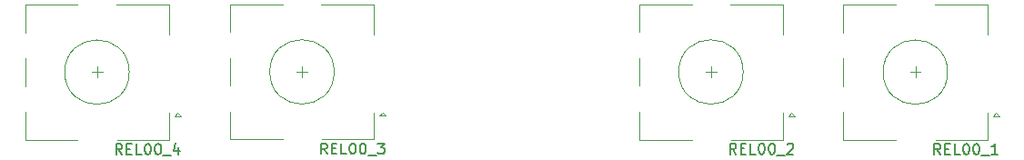
<source format=gbr>
%TF.GenerationSoftware,KiCad,Pcbnew,8.0.2*%
%TF.CreationDate,2024-06-18T01:05:25+09:00*%
%TF.ProjectId,accelerator,61636365-6c65-4726-9174-6f722e6b6963,v1.0.0*%
%TF.SameCoordinates,Original*%
%TF.FileFunction,Legend,Top*%
%TF.FilePolarity,Positive*%
%FSLAX46Y46*%
G04 Gerber Fmt 4.6, Leading zero omitted, Abs format (unit mm)*
G04 Created by KiCad (PCBNEW 8.0.2) date 2024-06-18 01:05:25*
%MOMM*%
%LPD*%
G01*
G04 APERTURE LIST*
%ADD10C,0.150000*%
%ADD11C,0.120000*%
G04 APERTURE END LIST*
D10*
X127222856Y-72219815D02*
X126889523Y-71743624D01*
X126651428Y-72219815D02*
X126651428Y-71219815D01*
X126651428Y-71219815D02*
X127032380Y-71219815D01*
X127032380Y-71219815D02*
X127127618Y-71267434D01*
X127127618Y-71267434D02*
X127175237Y-71315053D01*
X127175237Y-71315053D02*
X127222856Y-71410291D01*
X127222856Y-71410291D02*
X127222856Y-71553148D01*
X127222856Y-71553148D02*
X127175237Y-71648386D01*
X127175237Y-71648386D02*
X127127618Y-71696005D01*
X127127618Y-71696005D02*
X127032380Y-71743624D01*
X127032380Y-71743624D02*
X126651428Y-71743624D01*
X127651428Y-71696005D02*
X127984761Y-71696005D01*
X128127618Y-72219815D02*
X127651428Y-72219815D01*
X127651428Y-72219815D02*
X127651428Y-71219815D01*
X127651428Y-71219815D02*
X128127618Y-71219815D01*
X129032380Y-72219815D02*
X128556190Y-72219815D01*
X128556190Y-72219815D02*
X128556190Y-71219815D01*
X129556190Y-71219815D02*
X129651428Y-71219815D01*
X129651428Y-71219815D02*
X129746666Y-71267434D01*
X129746666Y-71267434D02*
X129794285Y-71315053D01*
X129794285Y-71315053D02*
X129841904Y-71410291D01*
X129841904Y-71410291D02*
X129889523Y-71600767D01*
X129889523Y-71600767D02*
X129889523Y-71838862D01*
X129889523Y-71838862D02*
X129841904Y-72029338D01*
X129841904Y-72029338D02*
X129794285Y-72124576D01*
X129794285Y-72124576D02*
X129746666Y-72172196D01*
X129746666Y-72172196D02*
X129651428Y-72219815D01*
X129651428Y-72219815D02*
X129556190Y-72219815D01*
X129556190Y-72219815D02*
X129460952Y-72172196D01*
X129460952Y-72172196D02*
X129413333Y-72124576D01*
X129413333Y-72124576D02*
X129365714Y-72029338D01*
X129365714Y-72029338D02*
X129318095Y-71838862D01*
X129318095Y-71838862D02*
X129318095Y-71600767D01*
X129318095Y-71600767D02*
X129365714Y-71410291D01*
X129365714Y-71410291D02*
X129413333Y-71315053D01*
X129413333Y-71315053D02*
X129460952Y-71267434D01*
X129460952Y-71267434D02*
X129556190Y-71219815D01*
X130508571Y-71219815D02*
X130603809Y-71219815D01*
X130603809Y-71219815D02*
X130699047Y-71267434D01*
X130699047Y-71267434D02*
X130746666Y-71315053D01*
X130746666Y-71315053D02*
X130794285Y-71410291D01*
X130794285Y-71410291D02*
X130841904Y-71600767D01*
X130841904Y-71600767D02*
X130841904Y-71838862D01*
X130841904Y-71838862D02*
X130794285Y-72029338D01*
X130794285Y-72029338D02*
X130746666Y-72124576D01*
X130746666Y-72124576D02*
X130699047Y-72172196D01*
X130699047Y-72172196D02*
X130603809Y-72219815D01*
X130603809Y-72219815D02*
X130508571Y-72219815D01*
X130508571Y-72219815D02*
X130413333Y-72172196D01*
X130413333Y-72172196D02*
X130365714Y-72124576D01*
X130365714Y-72124576D02*
X130318095Y-72029338D01*
X130318095Y-72029338D02*
X130270476Y-71838862D01*
X130270476Y-71838862D02*
X130270476Y-71600767D01*
X130270476Y-71600767D02*
X130318095Y-71410291D01*
X130318095Y-71410291D02*
X130365714Y-71315053D01*
X130365714Y-71315053D02*
X130413333Y-71267434D01*
X130413333Y-71267434D02*
X130508571Y-71219815D01*
X131032381Y-72315053D02*
X131794285Y-72315053D01*
X131937143Y-71219815D02*
X132556190Y-71219815D01*
X132556190Y-71219815D02*
X132222857Y-71600767D01*
X132222857Y-71600767D02*
X132365714Y-71600767D01*
X132365714Y-71600767D02*
X132460952Y-71648386D01*
X132460952Y-71648386D02*
X132508571Y-71696005D01*
X132508571Y-71696005D02*
X132556190Y-71791243D01*
X132556190Y-71791243D02*
X132556190Y-72029338D01*
X132556190Y-72029338D02*
X132508571Y-72124576D01*
X132508571Y-72124576D02*
X132460952Y-72172196D01*
X132460952Y-72172196D02*
X132365714Y-72219815D01*
X132365714Y-72219815D02*
X132080000Y-72219815D01*
X132080000Y-72219815D02*
X131984762Y-72172196D01*
X131984762Y-72172196D02*
X131937143Y-72124576D01*
X184332856Y-72249815D02*
X183999523Y-71773624D01*
X183761428Y-72249815D02*
X183761428Y-71249815D01*
X183761428Y-71249815D02*
X184142380Y-71249815D01*
X184142380Y-71249815D02*
X184237618Y-71297434D01*
X184237618Y-71297434D02*
X184285237Y-71345053D01*
X184285237Y-71345053D02*
X184332856Y-71440291D01*
X184332856Y-71440291D02*
X184332856Y-71583148D01*
X184332856Y-71583148D02*
X184285237Y-71678386D01*
X184285237Y-71678386D02*
X184237618Y-71726005D01*
X184237618Y-71726005D02*
X184142380Y-71773624D01*
X184142380Y-71773624D02*
X183761428Y-71773624D01*
X184761428Y-71726005D02*
X185094761Y-71726005D01*
X185237618Y-72249815D02*
X184761428Y-72249815D01*
X184761428Y-72249815D02*
X184761428Y-71249815D01*
X184761428Y-71249815D02*
X185237618Y-71249815D01*
X186142380Y-72249815D02*
X185666190Y-72249815D01*
X185666190Y-72249815D02*
X185666190Y-71249815D01*
X186666190Y-71249815D02*
X186761428Y-71249815D01*
X186761428Y-71249815D02*
X186856666Y-71297434D01*
X186856666Y-71297434D02*
X186904285Y-71345053D01*
X186904285Y-71345053D02*
X186951904Y-71440291D01*
X186951904Y-71440291D02*
X186999523Y-71630767D01*
X186999523Y-71630767D02*
X186999523Y-71868862D01*
X186999523Y-71868862D02*
X186951904Y-72059338D01*
X186951904Y-72059338D02*
X186904285Y-72154576D01*
X186904285Y-72154576D02*
X186856666Y-72202196D01*
X186856666Y-72202196D02*
X186761428Y-72249815D01*
X186761428Y-72249815D02*
X186666190Y-72249815D01*
X186666190Y-72249815D02*
X186570952Y-72202196D01*
X186570952Y-72202196D02*
X186523333Y-72154576D01*
X186523333Y-72154576D02*
X186475714Y-72059338D01*
X186475714Y-72059338D02*
X186428095Y-71868862D01*
X186428095Y-71868862D02*
X186428095Y-71630767D01*
X186428095Y-71630767D02*
X186475714Y-71440291D01*
X186475714Y-71440291D02*
X186523333Y-71345053D01*
X186523333Y-71345053D02*
X186570952Y-71297434D01*
X186570952Y-71297434D02*
X186666190Y-71249815D01*
X187618571Y-71249815D02*
X187713809Y-71249815D01*
X187713809Y-71249815D02*
X187809047Y-71297434D01*
X187809047Y-71297434D02*
X187856666Y-71345053D01*
X187856666Y-71345053D02*
X187904285Y-71440291D01*
X187904285Y-71440291D02*
X187951904Y-71630767D01*
X187951904Y-71630767D02*
X187951904Y-71868862D01*
X187951904Y-71868862D02*
X187904285Y-72059338D01*
X187904285Y-72059338D02*
X187856666Y-72154576D01*
X187856666Y-72154576D02*
X187809047Y-72202196D01*
X187809047Y-72202196D02*
X187713809Y-72249815D01*
X187713809Y-72249815D02*
X187618571Y-72249815D01*
X187618571Y-72249815D02*
X187523333Y-72202196D01*
X187523333Y-72202196D02*
X187475714Y-72154576D01*
X187475714Y-72154576D02*
X187428095Y-72059338D01*
X187428095Y-72059338D02*
X187380476Y-71868862D01*
X187380476Y-71868862D02*
X187380476Y-71630767D01*
X187380476Y-71630767D02*
X187428095Y-71440291D01*
X187428095Y-71440291D02*
X187475714Y-71345053D01*
X187475714Y-71345053D02*
X187523333Y-71297434D01*
X187523333Y-71297434D02*
X187618571Y-71249815D01*
X188142381Y-72345053D02*
X188904285Y-72345053D01*
X189666190Y-72249815D02*
X189094762Y-72249815D01*
X189380476Y-72249815D02*
X189380476Y-71249815D01*
X189380476Y-71249815D02*
X189285238Y-71392672D01*
X189285238Y-71392672D02*
X189190000Y-71487910D01*
X189190000Y-71487910D02*
X189094762Y-71535529D01*
X108142856Y-72249815D02*
X107809523Y-71773624D01*
X107571428Y-72249815D02*
X107571428Y-71249815D01*
X107571428Y-71249815D02*
X107952380Y-71249815D01*
X107952380Y-71249815D02*
X108047618Y-71297434D01*
X108047618Y-71297434D02*
X108095237Y-71345053D01*
X108095237Y-71345053D02*
X108142856Y-71440291D01*
X108142856Y-71440291D02*
X108142856Y-71583148D01*
X108142856Y-71583148D02*
X108095237Y-71678386D01*
X108095237Y-71678386D02*
X108047618Y-71726005D01*
X108047618Y-71726005D02*
X107952380Y-71773624D01*
X107952380Y-71773624D02*
X107571428Y-71773624D01*
X108571428Y-71726005D02*
X108904761Y-71726005D01*
X109047618Y-72249815D02*
X108571428Y-72249815D01*
X108571428Y-72249815D02*
X108571428Y-71249815D01*
X108571428Y-71249815D02*
X109047618Y-71249815D01*
X109952380Y-72249815D02*
X109476190Y-72249815D01*
X109476190Y-72249815D02*
X109476190Y-71249815D01*
X110476190Y-71249815D02*
X110571428Y-71249815D01*
X110571428Y-71249815D02*
X110666666Y-71297434D01*
X110666666Y-71297434D02*
X110714285Y-71345053D01*
X110714285Y-71345053D02*
X110761904Y-71440291D01*
X110761904Y-71440291D02*
X110809523Y-71630767D01*
X110809523Y-71630767D02*
X110809523Y-71868862D01*
X110809523Y-71868862D02*
X110761904Y-72059338D01*
X110761904Y-72059338D02*
X110714285Y-72154576D01*
X110714285Y-72154576D02*
X110666666Y-72202196D01*
X110666666Y-72202196D02*
X110571428Y-72249815D01*
X110571428Y-72249815D02*
X110476190Y-72249815D01*
X110476190Y-72249815D02*
X110380952Y-72202196D01*
X110380952Y-72202196D02*
X110333333Y-72154576D01*
X110333333Y-72154576D02*
X110285714Y-72059338D01*
X110285714Y-72059338D02*
X110238095Y-71868862D01*
X110238095Y-71868862D02*
X110238095Y-71630767D01*
X110238095Y-71630767D02*
X110285714Y-71440291D01*
X110285714Y-71440291D02*
X110333333Y-71345053D01*
X110333333Y-71345053D02*
X110380952Y-71297434D01*
X110380952Y-71297434D02*
X110476190Y-71249815D01*
X111428571Y-71249815D02*
X111523809Y-71249815D01*
X111523809Y-71249815D02*
X111619047Y-71297434D01*
X111619047Y-71297434D02*
X111666666Y-71345053D01*
X111666666Y-71345053D02*
X111714285Y-71440291D01*
X111714285Y-71440291D02*
X111761904Y-71630767D01*
X111761904Y-71630767D02*
X111761904Y-71868862D01*
X111761904Y-71868862D02*
X111714285Y-72059338D01*
X111714285Y-72059338D02*
X111666666Y-72154576D01*
X111666666Y-72154576D02*
X111619047Y-72202196D01*
X111619047Y-72202196D02*
X111523809Y-72249815D01*
X111523809Y-72249815D02*
X111428571Y-72249815D01*
X111428571Y-72249815D02*
X111333333Y-72202196D01*
X111333333Y-72202196D02*
X111285714Y-72154576D01*
X111285714Y-72154576D02*
X111238095Y-72059338D01*
X111238095Y-72059338D02*
X111190476Y-71868862D01*
X111190476Y-71868862D02*
X111190476Y-71630767D01*
X111190476Y-71630767D02*
X111238095Y-71440291D01*
X111238095Y-71440291D02*
X111285714Y-71345053D01*
X111285714Y-71345053D02*
X111333333Y-71297434D01*
X111333333Y-71297434D02*
X111428571Y-71249815D01*
X111952381Y-72345053D02*
X112714285Y-72345053D01*
X113380952Y-71583148D02*
X113380952Y-72249815D01*
X113142857Y-71202196D02*
X112904762Y-71916481D01*
X112904762Y-71916481D02*
X113523809Y-71916481D01*
X165302856Y-72229815D02*
X164969523Y-71753624D01*
X164731428Y-72229815D02*
X164731428Y-71229815D01*
X164731428Y-71229815D02*
X165112380Y-71229815D01*
X165112380Y-71229815D02*
X165207618Y-71277434D01*
X165207618Y-71277434D02*
X165255237Y-71325053D01*
X165255237Y-71325053D02*
X165302856Y-71420291D01*
X165302856Y-71420291D02*
X165302856Y-71563148D01*
X165302856Y-71563148D02*
X165255237Y-71658386D01*
X165255237Y-71658386D02*
X165207618Y-71706005D01*
X165207618Y-71706005D02*
X165112380Y-71753624D01*
X165112380Y-71753624D02*
X164731428Y-71753624D01*
X165731428Y-71706005D02*
X166064761Y-71706005D01*
X166207618Y-72229815D02*
X165731428Y-72229815D01*
X165731428Y-72229815D02*
X165731428Y-71229815D01*
X165731428Y-71229815D02*
X166207618Y-71229815D01*
X167112380Y-72229815D02*
X166636190Y-72229815D01*
X166636190Y-72229815D02*
X166636190Y-71229815D01*
X167636190Y-71229815D02*
X167731428Y-71229815D01*
X167731428Y-71229815D02*
X167826666Y-71277434D01*
X167826666Y-71277434D02*
X167874285Y-71325053D01*
X167874285Y-71325053D02*
X167921904Y-71420291D01*
X167921904Y-71420291D02*
X167969523Y-71610767D01*
X167969523Y-71610767D02*
X167969523Y-71848862D01*
X167969523Y-71848862D02*
X167921904Y-72039338D01*
X167921904Y-72039338D02*
X167874285Y-72134576D01*
X167874285Y-72134576D02*
X167826666Y-72182196D01*
X167826666Y-72182196D02*
X167731428Y-72229815D01*
X167731428Y-72229815D02*
X167636190Y-72229815D01*
X167636190Y-72229815D02*
X167540952Y-72182196D01*
X167540952Y-72182196D02*
X167493333Y-72134576D01*
X167493333Y-72134576D02*
X167445714Y-72039338D01*
X167445714Y-72039338D02*
X167398095Y-71848862D01*
X167398095Y-71848862D02*
X167398095Y-71610767D01*
X167398095Y-71610767D02*
X167445714Y-71420291D01*
X167445714Y-71420291D02*
X167493333Y-71325053D01*
X167493333Y-71325053D02*
X167540952Y-71277434D01*
X167540952Y-71277434D02*
X167636190Y-71229815D01*
X168588571Y-71229815D02*
X168683809Y-71229815D01*
X168683809Y-71229815D02*
X168779047Y-71277434D01*
X168779047Y-71277434D02*
X168826666Y-71325053D01*
X168826666Y-71325053D02*
X168874285Y-71420291D01*
X168874285Y-71420291D02*
X168921904Y-71610767D01*
X168921904Y-71610767D02*
X168921904Y-71848862D01*
X168921904Y-71848862D02*
X168874285Y-72039338D01*
X168874285Y-72039338D02*
X168826666Y-72134576D01*
X168826666Y-72134576D02*
X168779047Y-72182196D01*
X168779047Y-72182196D02*
X168683809Y-72229815D01*
X168683809Y-72229815D02*
X168588571Y-72229815D01*
X168588571Y-72229815D02*
X168493333Y-72182196D01*
X168493333Y-72182196D02*
X168445714Y-72134576D01*
X168445714Y-72134576D02*
X168398095Y-72039338D01*
X168398095Y-72039338D02*
X168350476Y-71848862D01*
X168350476Y-71848862D02*
X168350476Y-71610767D01*
X168350476Y-71610767D02*
X168398095Y-71420291D01*
X168398095Y-71420291D02*
X168445714Y-71325053D01*
X168445714Y-71325053D02*
X168493333Y-71277434D01*
X168493333Y-71277434D02*
X168588571Y-71229815D01*
X169112381Y-72325053D02*
X169874285Y-72325053D01*
X170064762Y-71325053D02*
X170112381Y-71277434D01*
X170112381Y-71277434D02*
X170207619Y-71229815D01*
X170207619Y-71229815D02*
X170445714Y-71229815D01*
X170445714Y-71229815D02*
X170540952Y-71277434D01*
X170540952Y-71277434D02*
X170588571Y-71325053D01*
X170588571Y-71325053D02*
X170636190Y-71420291D01*
X170636190Y-71420291D02*
X170636190Y-71515529D01*
X170636190Y-71515529D02*
X170588571Y-71658386D01*
X170588571Y-71658386D02*
X170017143Y-72229815D01*
X170017143Y-72229815D02*
X170636190Y-72229815D01*
D11*
%TO.C,REL00_3*%
X118180000Y-58264996D02*
X123080000Y-58264996D01*
X118180000Y-60864996D02*
X118180000Y-58264996D01*
X118180000Y-65864996D02*
X118180000Y-63264996D01*
X118180000Y-70864996D02*
X118180000Y-68264996D01*
X123080000Y-70864996D02*
X118180000Y-70864996D01*
X124880000Y-65064996D02*
X124880000Y-64064996D01*
X125380000Y-64564996D02*
X124380000Y-64564996D01*
X126680000Y-58264996D02*
X131580000Y-58264996D01*
X126780000Y-70864996D02*
X131580000Y-70864996D01*
X131580000Y-58264996D02*
X131580000Y-61064996D01*
X131580000Y-70864996D02*
X131580000Y-68364996D01*
X132080000Y-68664996D02*
X132380000Y-68364996D01*
X132380000Y-68364996D02*
X132680000Y-68664996D01*
X132680000Y-68664996D02*
X132080000Y-68664996D01*
X127880000Y-64564996D02*
G75*
G02*
X121880000Y-64564996I-3000000J0D01*
G01*
X121880000Y-64564996D02*
G75*
G02*
X127880000Y-64564996I3000000J0D01*
G01*
%TO.C,REL00_1*%
X175290000Y-58294996D02*
X180190000Y-58294996D01*
X175290000Y-60894996D02*
X175290000Y-58294996D01*
X175290000Y-65894996D02*
X175290000Y-63294996D01*
X175290000Y-70894996D02*
X175290000Y-68294996D01*
X180190000Y-70894996D02*
X175290000Y-70894996D01*
X181990000Y-65094996D02*
X181990000Y-64094996D01*
X182490000Y-64594996D02*
X181490000Y-64594996D01*
X183790000Y-58294996D02*
X188690000Y-58294996D01*
X183890000Y-70894996D02*
X188690000Y-70894996D01*
X188690000Y-58294996D02*
X188690000Y-61094996D01*
X188690000Y-70894996D02*
X188690000Y-68394996D01*
X189190000Y-68694996D02*
X189490000Y-68394996D01*
X189490000Y-68394996D02*
X189790000Y-68694996D01*
X189790000Y-68694996D02*
X189190000Y-68694996D01*
X184990000Y-64594996D02*
G75*
G02*
X178990000Y-64594996I-3000000J0D01*
G01*
X178990000Y-64594996D02*
G75*
G02*
X184990000Y-64594996I3000000J0D01*
G01*
%TO.C,REL00_4*%
X99100000Y-58294996D02*
X104000000Y-58294996D01*
X99100000Y-60894996D02*
X99100000Y-58294996D01*
X99100000Y-65894996D02*
X99100000Y-63294996D01*
X99100000Y-70894996D02*
X99100000Y-68294996D01*
X104000000Y-70894996D02*
X99100000Y-70894996D01*
X105800000Y-65094996D02*
X105800000Y-64094996D01*
X106300000Y-64594996D02*
X105300000Y-64594996D01*
X107600000Y-58294996D02*
X112500000Y-58294996D01*
X107700000Y-70894996D02*
X112500000Y-70894996D01*
X112500000Y-58294996D02*
X112500000Y-61094996D01*
X112500000Y-70894996D02*
X112500000Y-68394996D01*
X113000000Y-68694996D02*
X113300000Y-68394996D01*
X113300000Y-68394996D02*
X113600000Y-68694996D01*
X113600000Y-68694996D02*
X113000000Y-68694996D01*
X108800000Y-64594996D02*
G75*
G02*
X102800000Y-64594996I-3000000J0D01*
G01*
X102800000Y-64594996D02*
G75*
G02*
X108800000Y-64594996I3000000J0D01*
G01*
%TO.C,REL00_2*%
X156260000Y-58274996D02*
X161160000Y-58274996D01*
X156260000Y-60874996D02*
X156260000Y-58274996D01*
X156260000Y-65874996D02*
X156260000Y-63274996D01*
X156260000Y-70874996D02*
X156260000Y-68274996D01*
X161160000Y-70874996D02*
X156260000Y-70874996D01*
X162960000Y-65074996D02*
X162960000Y-64074996D01*
X163460000Y-64574996D02*
X162460000Y-64574996D01*
X164760000Y-58274996D02*
X169660000Y-58274996D01*
X164860000Y-70874996D02*
X169660000Y-70874996D01*
X169660000Y-58274996D02*
X169660000Y-61074996D01*
X169660000Y-70874996D02*
X169660000Y-68374996D01*
X170160000Y-68674996D02*
X170460000Y-68374996D01*
X170460000Y-68374996D02*
X170760000Y-68674996D01*
X170760000Y-68674996D02*
X170160000Y-68674996D01*
X165960000Y-64574996D02*
G75*
G02*
X159960000Y-64574996I-3000000J0D01*
G01*
X159960000Y-64574996D02*
G75*
G02*
X165960000Y-64574996I3000000J0D01*
G01*
%TD*%
M02*

</source>
